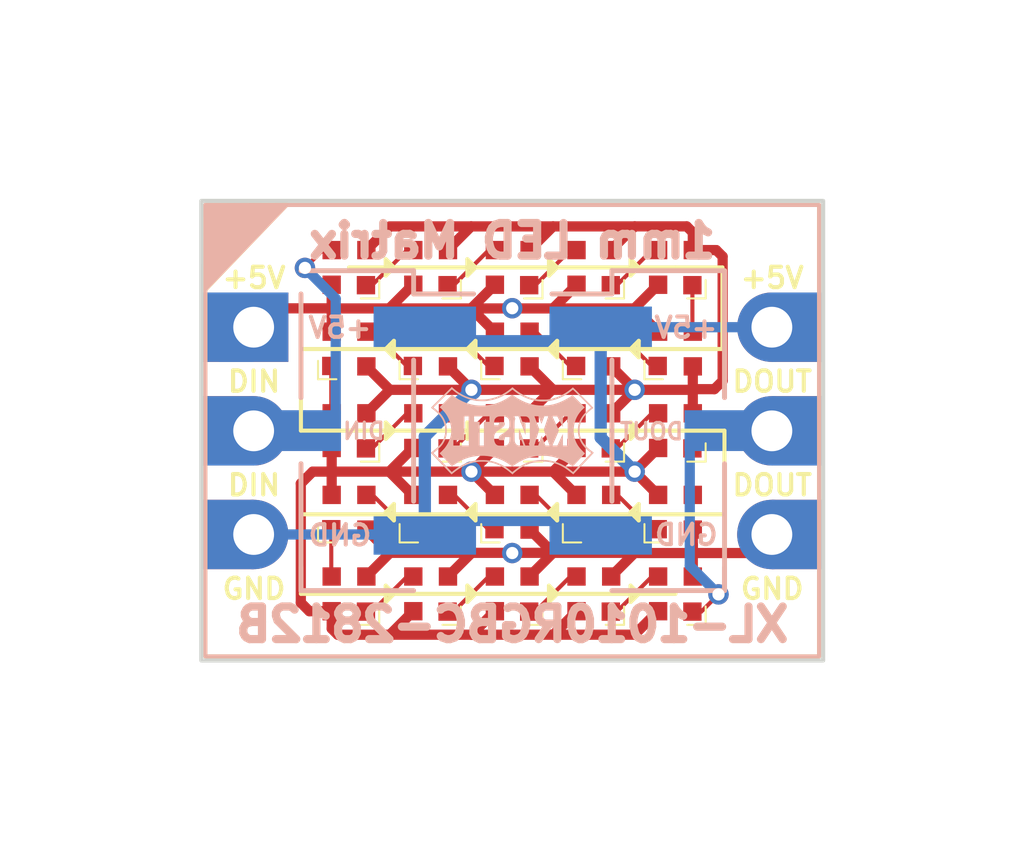
<source format=kicad_pcb>
(kicad_pcb (version 20241229) (generator "pcbnew") (generator_version "9.0")
  (layers (0 "F.Cu" signal) (2 "B.Cu" signal) (13 "F.Paste" user) (15 "B.Paste" user) (5 "F.SilkS" user "F.Silkscreen") (7 "B.SilkS" user "B.Silkscreen") (1 "F.Mask" user) (3 "B.Mask" user) (25 "Edge.Cuts" user))
  (net 0 "")
  (net 1 "GND")
  (net 2 "+5V")
  (net 3 "/DIN")
  (net 4 "Net-(D21-DIN)")
  (net 5 "Net-(D21-DOUT)")
  (net 6 "Net-(D41-DIN)")
  (net 7 "Net-(D41-DOUT)")
  (net 8 "/DOUT")
  (net 9 "Net-(D11-DOUT)")
  (net 10 "Net-(D12-DOUT)")
  (net 11 "Net-(D13-DOUT)")
  (net 12 "Net-(D14-DOUT)")
  (net 13 "Net-(D15-DOUT)")
  (net 14 "Net-(D22-DIN)")
  (net 15 "Net-(D23-DIN)")
  (net 16 "Net-(D24-DIN)")
  (net 17 "Net-(D31-DOUT)")
  (net 18 "Net-(D32-DOUT)")
  (net 19 "Net-(D33-DOUT)")
  (net 20 "Net-(D34-DOUT)")
  (net 21 "Net-(D35-DOUT)")
  (net 22 "Net-(D42-DIN)")
  (net 23 "Net-(D43-DIN)")
  (net 24 "Net-(D44-DIN)")
  (net 25 "Net-(D51-DOUT)")
  (net 26 "Net-(D52-DOUT)")
  (net 27 "Net-(D53-DOUT)")
  (net 28 "Net-(D54-DOUT)")
  (footprint "libraries:XL-1010RGBC-2812B" (layer "F.Cu") (at 117.919 83.9602 180)
    (property "Reference" "D15" (hide yes))
    (property "Value" "XL-1010RGBC-2812B")
    (pad "1" smd rect (at -0.415 -0.435 180) (size 0.45 0.45) (layers "F.Cu" "F.Mask" "F.Paste") (net 13 "Net-(D15-DOUT)"))
    (pad "2" smd rect (at 0.425 -0.425 180) (size 0.45 0.45) (layers "F.Cu" "F.Mask" "F.Paste") (net 2 "+5V"))
    (pad "3" smd rect (at -0.425 0.425 180) (size 0.45 0.45) (layers "F.Cu" "F.Mask" "F.Paste") (net 1 "GND"))
    (pad "4" smd rect (at 0.425 0.425 180) (size 0.45 0.45) (layers "F.Cu" "F.Mask" "F.Paste") (net 12 "Net-(D14-DOUT)"))
  )
  (footprint "Connector_PinHeader_2.54mm:PinHeader_1x03_P2.54mm_Vertical" (layer "F.Cu") (at 107.5817 85.4252)
    (property "Reference" "J103" (hide yes))
    (property "Value" "Conn_01x03")
    (pad "1" smd rect (at -0.63 0) (size 1.26 1.7) (layers "F.Cu" "F.Mask" "F.Paste") (net 2 "+5V"))
    (pad "1" smd rect (at -0.63 0) (size 1.26 1.7) (layers "B.Cu" "B.Mask" "B.Paste") (net 2 "+5V"))
    (pad "1" thru_hole rect (at 0 0) (size 1.7 1.7) (drill 1) (layers "*.Cu" "*.Mask") (net 2 "+5V"))
    (pad "2" smd rect (at -0.63 2.54) (size 1.26 1.7) (layers "F.Cu" "F.Mask" "F.Paste") (net 3 "/DIN"))
    (pad "2" smd rect (at -0.63 2.54) (size 1.26 1.7) (layers "B.Cu" "B.Mask" "B.Paste") (net 3 "/DIN"))
    (pad "2" thru_hole circle (at 0 2.54) (size 1.7 1.7) (drill 1) (layers "*.Cu" "*.Mask") (net 3 "/DIN"))
    (pad "3" smd rect (at -0.63 5.08) (size 1.26 1.7) (layers "F.Cu" "F.Mask" "F.Paste") (net 1 "GND"))
    (pad "3" smd rect (at -0.63 5.08) (size 1.26 1.7) (layers "B.Cu" "B.Mask" "B.Paste") (net 1 "GND"))
    (pad "3" thru_hole circle (at 0 5.08) (size 1.7 1.7) (drill 1) (layers "*.Cu" "*.Mask") (net 1 "GND"))
  )
  (footprint "libraries:XL-1010RGBC-2812B" (layer "F.Cu") (at 109.919 83.9602 180)
    (property "Reference" "D11" (hide yes))
    (property "Value" "XL-1010RGBC-2812B")
    (pad "1" smd rect (at -0.415 -0.435 180) (size 0.45 0.45) (layers "F.Cu" "F.Mask" "F.Paste") (net 9 "Net-(D11-DOUT)"))
    (pad "2" smd rect (at 0.425 -0.425 180) (size 0.45 0.45) (layers "F.Cu" "F.Mask" "F.Paste") (net 2 "+5V"))
    (pad "3" smd rect (at -0.425 0.425 180) (size 0.45 0.45) (layers "F.Cu" "F.Mask" "F.Paste") (net 1 "GND"))
    (pad "4" smd rect (at 0.425 0.425 180) (size 0.45 0.45) (layers "F.Cu" "F.Mask" "F.Paste") (net 3 "/DIN"))
  )
  (footprint "libraries:XL-1010RGBC-2812B" (layer "F.Cu") (at 109.919 91.9602 180)
    (property "Reference" "D51" (hide yes))
    (property "Value" "XL-1010RGBC-2812B")
    (pad "1" smd rect (at -0.415 -0.435 180) (size 0.45 0.45) (layers "F.Cu" "F.Mask" "F.Paste") (net 25 "Net-(D51-DOUT)"))
    (pad "2" smd rect (at 0.425 -0.425 180) (size 0.45 0.45) (layers "F.Cu" "F.Mask" "F.Paste") (net 2 "+5V"))
    (pad "3" smd rect (at -0.425 0.425 180) (size 0.45 0.45) (layers "F.Cu" "F.Mask" "F.Paste") (net 1 "GND"))
    (pad "4" smd rect (at 0.425 0.425 180) (size 0.45 0.45) (layers "F.Cu" "F.Mask" "F.Paste") (net 7 "Net-(D41-DOUT)"))
  )
  (footprint "libraries:XL-1010RGBC-2812B" (layer "F.Cu") (at 117.919001 85.9602 90)
    (property "Reference" "D25" (hide yes))
    (property "Value" "XL-1010RGBC-2812B")
    (pad "1" smd rect (at -0.415 -0.435 90) (size 0.45 0.45) (layers "F.Cu" "F.Mask" "F.Paste") (net 16 "Net-(D24-DIN)"))
    (pad "2" smd rect (at 0.425 -0.425 90) (size 0.45 0.45) (layers "F.Cu" "F.Mask" "F.Paste") (net 2 "+5V"))
    (pad "3" smd rect (at -0.425 0.425 90) (size 0.45 0.45) (layers "F.Cu" "F.Mask" "F.Paste") (net 1 "GND"))
    (pad "4" smd rect (at 0.425 0.425 90) (size 0.45 0.45) (layers "F.Cu" "F.Mask" "F.Paste") (net 13 "Net-(D15-DOUT)"))
  )
  (footprint "libraries:XL-1010RGBC-2812B" (layer "F.Cu") (at 113.919 87.9602 180)
    (property "Reference" "D33" (hide yes))
    (property "Value" "XL-1010RGBC-2812B")
    (pad "1" smd rect (at -0.415 -0.435 180) (size 0.45 0.45) (layers "F.Cu" "F.Mask" "F.Paste") (net 19 "Net-(D33-DOUT)"))
    (pad "2" smd rect (at 0.425 -0.425 180) (size 0.45 0.45) (layers "F.Cu" "F.Mask" "F.Paste") (net 2 "+5V"))
    (pad "3" smd rect (at -0.425 0.425 180) (size 0.45 0.45) (layers "F.Cu" "F.Mask" "F.Paste") (net 1 "GND"))
    (pad "4" smd rect (at 0.425 0.425 180) (size 0.45 0.45) (layers "F.Cu" "F.Mask" "F.Paste") (net 18 "Net-(D32-DOUT)"))
  )
  (footprint "libraries:XL-1010RGBC-2812B" (layer "F.Cu") (at 113.919 83.9602 180)
    (property "Reference" "D13" (hide yes))
    (property "Value" "XL-1010RGBC-2812B")
    (pad "1" smd rect (at -0.415 -0.435 180) (size 0.45 0.45) (layers "F.Cu" "F.Mask" "F.Paste") (net 11 "Net-(D13-DOUT)"))
    (pad "2" smd rect (at 0.425 -0.425 180) (size 0.45 0.45) (layers "F.Cu" "F.Mask" "F.Paste") (net 2 "+5V"))
    (pad "3" smd rect (at -0.425 0.425 180) (size 0.45 0.45) (layers "F.Cu" "F.Mask" "F.Paste") (net 1 "GND"))
    (pad "4" smd rect (at 0.425 0.425 180) (size 0.45 0.45) (layers "F.Cu" "F.Mask" "F.Paste") (net 10 "Net-(D12-DOUT)"))
  )
  (footprint "libraries:XL-1010RGBC-2812B" (layer "F.Cu") (at 115.919 85.9602 90)
    (property "Reference" "D24" (hide yes))
    (property "Value" "XL-1010RGBC-2812B")
    (pad "1" smd rect (at -0.415 -0.435 90) (size 0.45 0.45) (layers "F.Cu" "F.Mask" "F.Paste") (net 15 "Net-(D23-DIN)"))
    (pad "2" smd rect (at 0.425 -0.425 90) (size 0.45 0.45) (layers "F.Cu" "F.Mask" "F.Paste") (net 2 "+5V"))
    (pad "3" smd rect (at -0.425 0.425 90) (size 0.45 0.45) (layers "F.Cu" "F.Mask" "F.Paste") (net 1 "GND"))
    (pad "4" smd rect (at 0.425 0.425 90) (size 0.45 0.45) (layers "F.Cu" "F.Mask" "F.Paste") (net 16 "Net-(D24-DIN)"))
  )
  (footprint "libraries:XL-1010RGBC-2812B" (layer "F.Cu") (at 115.919 89.9602 90)
    (property "Reference" "D44" (hide yes))
    (property "Value" "XL-1010RGBC-2812B")
    (pad "1" smd rect (at -0.415 -0.435 90) (size 0.45 0.45) (layers "F.Cu" "F.Mask" "F.Paste") (net 23 "Net-(D43-DIN)"))
    (pad "2" smd rect (at 0.425 -0.425 90) (size 0.45 0.45) (layers "F.Cu" "F.Mask" "F.Paste") (net 2 "+5V"))
    (pad "3" smd rect (at -0.425 0.425 90) (size 0.45 0.45) (layers "F.Cu" "F.Mask" "F.Paste") (net 1 "GND"))
    (pad "4" smd rect (at 0.425 0.425 90) (size 0.45 0.45) (layers "F.Cu" "F.Mask" "F.Paste") (net 24 "Net-(D44-DIN)"))
  )
  (footprint "libraries:XL-1010RGBC-2812B" (layer "F.Cu") (at 111.918999 87.9602 180)
    (property "Reference" "D32" (hide yes))
    (property "Value" "XL-1010RGBC-2812B")
    (pad "1" smd rect (at -0.415 -0.435 180) (size 0.45 0.45) (layers "F.Cu" "F.Mask" "F.Paste") (net 18 "Net-(D32-DOUT)"))
    (pad "2" smd rect (at 0.425 -0.425 180) (size 0.45 0.45) (layers "F.Cu" "F.Mask" "F.Paste") (net 2 "+5V"))
    (pad "3" smd rect (at -0.425 0.425 180) (size 0.45 0.45) (layers "F.Cu" "F.Mask" "F.Paste") (net 1 "GND"))
    (pad "4" smd rect (at 0.425 0.425 180) (size 0.45 0.45) (layers "F.Cu" "F.Mask" "F.Paste") (net 17 "Net-(D31-DOUT)"))
  )
  (footprint "libraries:XL-1010RGBC-2812B" (layer "F.Cu") (at 117.919 87.9602 180)
    (property "Reference" "D35" (hide yes))
    (property "Value" "XL-1010RGBC-2812B")
    (pad "1" smd rect (at -0.415 -0.435 180) (size 0.45 0.45) (layers "F.Cu" "F.Mask" "F.Paste") (net 21 "Net-(D35-DOUT)"))
    (pad "2" smd rect (at 0.425 -0.425 180) (size 0.45 0.45) (layers "F.Cu" "F.Mask" "F.Paste") (net 2 "+5V"))
    (pad "3" smd rect (at -0.425 0.425 180) (size 0.45 0.45) (layers "F.Cu" "F.Mask" "F.Paste") (net 1 "GND"))
    (pad "4" smd rect (at 0.425 0.425 180) (size 0.45 0.45) (layers "F.Cu" "F.Mask" "F.Paste") (net 20 "Net-(D34-DOUT)"))
  )
  (footprint "libraries:XL-1010RGBC-2812B" (layer "F.Cu") (at 111.919 83.960199 180)
    (property "Reference" "D12" (hide yes))
    (property "Value" "XL-1010RGBC-2812B")
    (pad "1" smd rect (at -0.415 -0.435 180) (size 0.45 0.45) (layers "F.Cu" "F.Mask" "F.Paste") (net 10 "Net-(D12-DOUT)"))
    (pad "2" smd rect (at 0.425 -0.425 180) (size 0.45 0.45) (layers "F.Cu" "F.Mask" "F.Paste") (net 2 "+5V"))
    (pad "3" smd rect (at -0.425 0.425 180) (size 0.45 0.45) (layers "F.Cu" "F.Mask" "F.Paste") (net 1 "GND"))
    (pad "4" smd rect (at 0.425 0.425 180) (size 0.45 0.45) (layers "F.Cu" "F.Mask" "F.Paste") (net 9 "Net-(D11-DOUT)"))
  )
  (footprint "Connector_PinHeader_2.54mm:PinHeader_1x03_P2.54mm_Vertical" (layer "F.Cu") (at 120.2817 85.4252)
    (property "Reference" "J104" (hide yes))
    (property "Value" "Conn_01x03")
    (pad "1" thru_hole circle (at 0 0) (size 1.7 1.7) (drill 1) (layers "*.Cu" "*.Mask") (net 2 "+5V"))
    (pad "1" smd rect (at 0.63 0) (size 1.26 1.7) (layers "F.Cu" "F.Mask" "F.Paste") (net 2 "+5V"))
    (pad "1" smd rect (at 0.63 0) (size 1.26 1.7) (layers "B.Cu" "B.Mask" "B.Paste") (net 2 "+5V"))
    (pad "2" thru_hole circle (at 0 2.54) (size 1.7 1.7) (drill 1) (layers "*.Cu" "*.Mask") (net 8 "/DOUT"))
    (pad "2" smd rect (at 0.63 2.54) (size 1.26 1.7) (layers "F.Cu" "F.Mask" "F.Paste") (net 8 "/DOUT"))
    (pad "2" smd rect (at 0.63 2.54) (size 1.26 1.7) (layers "B.Cu" "B.Mask" "B.Paste") (net 8 "/DOUT"))
    (pad "3" thru_hole circle (at 0 5.08) (size 1.7 1.7) (drill 1) (layers "*.Cu" "*.Mask") (net 1 "GND"))
    (pad "3" smd rect (at 0.63 5.08) (size 1.26 1.7) (layers "F.Cu" "F.Mask" "F.Paste") (net 1 "GND"))
    (pad "3" smd rect (at 0.63 5.08) (size 1.26 1.7) (layers "B.Cu" "B.Mask" "B.Paste") (net 1 "GND"))
  )
  (footprint "libraries:XL-1010RGBC-2812B" (layer "F.Cu") (at 117.919001 89.9602 90)
    (property "Reference" "D45" (hide yes))
    (property "Value" "XL-1010RGBC-2812B")
    (pad "1" smd rect (at -0.415 -0.435 90) (size 0.45 0.45) (layers "F.Cu" "F.Mask" "F.Paste") (net 24 "Net-(D44-DIN)"))
    (pad "2" smd rect (at 0.425 -0.425 90) (size 0.45 0.45) (layers "F.Cu" "F.Mask" "F.Paste") (net 2 "+5V"))
    (pad "3" smd rect (at -0.425 0.425 90) (size 0.45 0.45) (layers "F.Cu" "F.Mask" "F.Paste") (net 1 "GND"))
    (pad "4" smd rect (at 0.425 0.425 90) (size 0.45 0.45) (layers "F.Cu" "F.Mask" "F.Paste") (net 21 "Net-(D35-DOUT)"))
  )
  (footprint "libraries:XL-1010RGBC-2812B" (layer "F.Cu") (at 115.919001 87.9602 180)
    (property "Reference" "D34" (hide yes))
    (property "Value" "XL-1010RGBC-2812B")
    (pad "1" smd rect (at -0.415 -0.435 180) (size 0.45 0.45) (layers "F.Cu" "F.Mask" "F.Paste") (net 20 "Net-(D34-DOUT)"))
    (pad "2" smd rect (at 0.425 -0.425 180) (size 0.45 0.45) (layers "F.Cu" "F.Mask" "F.Paste") (net 2 "+5V"))
    (pad "3" smd rect (at -0.425 0.425 180) (size 0.45 0.45) (layers "F.Cu" "F.Mask" "F.Paste") (net 1 "GND"))
    (pad "4" smd rect (at 0.425 0.425 180) (size 0.45 0.45) (layers "F.Cu" "F.Mask" "F.Paste") (net 19 "Net-(D33-DOUT)"))
  )
  (footprint "libraries:XL-1010RGBC-2812B" (layer "F.Cu") (at 113.919 85.960199 90)
    (property "Reference" "D23" (hide yes))
    (property "Value" "XL-1010RGBC-2812B")
    (pad "1" smd rect (at -0.415 -0.435 90) (size 0.45 0.45) (layers "F.Cu" "F.Mask" "F.Paste") (net 14 "Net-(D22-DIN)"))
    (pad "2" smd rect (at 0.425 -0.425 90) (size 0.45 0.45) (layers "F.Cu" "F.Mask" "F.Paste") (net 2 "+5V"))
    (pad "3" smd rect (at -0.425 0.425 90) (size 0.45 0.45) (layers "F.Cu" "F.Mask" "F.Paste") (net 1 "GND"))
    (pad "4" smd rect (at 0.425 0.425 90) (size 0.45 0.45) (layers "F.Cu" "F.Mask" "F.Paste") (net 15 "Net-(D23-DIN)"))
  )
  (footprint "libraries:XL-1010RGBC-2812B" (layer "F.Cu") (at 115.919 83.960199 180)
    (property "Reference" "D14" (hide yes))
    (property "Value" "XL-1010RGBC-2812B")
    (pad "1" smd rect (at -0.415 -0.435 180) (size 0.45 0.45) (layers "F.Cu" "F.Mask" "F.Paste") (net 12 "Net-(D14-DOUT)"))
    (pad "2" smd rect (at 0.425 -0.425 180) (size 0.45 0.45) (layers "F.Cu" "F.Mask" "F.Paste") (net 2 "+5V"))
    (pad "3" smd rect (at -0.425 0.425 180) (size 0.45 0.45) (layers "F.Cu" "F.Mask" "F.Paste") (net 1 "GND"))
    (pad "4" smd rect (at 0.425 0.425 180) (size 0.45 0.45) (layers "F.Cu" "F.Mask" "F.Paste") (net 11 "Net-(D13-DOUT)"))
  )
  (footprint "libraries:XL-1010RGBC-2812B" (layer "F.Cu") (at 109.918999 89.9602 90)
    (property "Reference" "D41" (hide yes))
    (property "Value" "XL-1010RGBC-2812B")
    (pad "1" smd rect (at -0.415 -0.435 90) (size 0.45 0.45) (layers "F.Cu" "F.Mask" "F.Paste") (net 7 "Net-(D41-DOUT)"))
    (pad "2" smd rect (at 0.425 -0.425 90) (size 0.45 0.45) (layers "F.Cu" "F.Mask" "F.Paste") (net 2 "+5V"))
    (pad "3" smd rect (at -0.425 0.425 90) (size 0.45 0.45) (layers "F.Cu" "F.Mask" "F.Paste") (net 1 "GND"))
    (pad "4" smd rect (at 0.425 0.425 90) (size 0.45 0.45) (layers "F.Cu" "F.Mask" "F.Paste") (net 6 "Net-(D41-DIN)"))
  )
  (footprint "libraries:XL-1010RGBC-2812B" (layer "F.Cu") (at 111.919 85.9602 90)
    (property "Reference" "D22" (hide yes))
    (property "Value" "XL-1010RGBC-2812B")
    (pad "1" smd rect (at -0.415 -0.435 90) (size 0.45 0.45) (layers "F.Cu" "F.Mask" "F.Paste") (net 4 "Net-(D21-DIN)"))
    (pad "2" smd rect (at 0.425 -0.425 90) (size 0.45 0.45) (layers "F.Cu" "F.Mask" "F.Paste") (net 2 "+5V"))
    (pad "3" smd rect (at -0.425 0.425 90) (size 0.45 0.45) (layers "F.Cu" "F.Mask" "F.Paste") (net 1 "GND"))
    (pad "4" smd rect (at 0.425 0.425 90) (size 0.45 0.45) (layers "F.Cu" "F.Mask" "F.Paste") (net 14 "Net-(D22-DIN)"))
  )
  (footprint "libraries:XL-1010RGBC-2812B" (layer "F.Cu") (at 113.919 89.960201 90)
    (property "Reference" "D43" (hide yes))
    (property "Value" "XL-1010RGBC-2812B")
    (pad "1" smd rect (at -0.415 -0.435 90) (size 0.45 0.45) (layers "F.Cu" "F.Mask" "F.Paste") (net 22 "Net-(D42-DIN)"))
    (pad "2" smd rect (at 0.425 -0.425 90) (size 0.45 0.45) (layers "F.Cu" "F.Mask" "F.Paste") (net 2 "+5V"))
    (pad "3" smd rect (at -0.425 0.425 90) (size 0.45 0.45) (layers "F.Cu" "F.Mask" "F.Paste") (net 1 "GND"))
    (pad "4" smd rect (at 0.425 0.425 90) (size 0.45 0.45) (layers "F.Cu" "F.Mask" "F.Paste") (net 23 "Net-(D43-DIN)"))
  )
  (footprint "libraries:XL-1010RGBC-2812B" (layer "F.Cu") (at 117.919 91.9602 180)
    (property "Reference" "D55" (hide yes))
    (property "Value" "XL-1010RGBC-2812B")
    (pad "1" smd rect (at -0.415 -0.435 180) (size 0.45 0.45) (layers "F.Cu" "F.Mask" "F.Paste") (net 8 "/DOUT"))
    (pad "2" smd rect (at 0.425 -0.425 180) (size 0.45 0.45) (layers "F.Cu" "F.Mask" "F.Paste") (net 2 "+5V"))
    (pad "3" smd rect (at -0.425 0.425 180) (size 0.45 0.45) (layers "F.Cu" "F.Mask" "F.Paste") (net 1 "GND"))
    (pad "4" smd rect (at 0.425 0.425 180) (size 0.45 0.45) (layers "F.Cu" "F.Mask" "F.Paste") (net 28 "Net-(D54-DOUT)"))
  )
  (footprint "libraries:XL-1010RGBC-2812B" (layer "F.Cu") (at 115.919 91.960201 180)
    (property "Reference" "D54" (hide yes))
    (property "Value" "XL-1010RGBC-2812B")
    (pad "1" smd rect (at -0.415 -0.435 180) (size 0.45 0.45) (layers "F.Cu" "F.Mask" "F.Paste") (net 28 "Net-(D54-DOUT)"))
    (pad "2" smd rect (at 0.425 -0.425 180) (size 0.45 0.45) (layers "F.Cu" "F.Mask" "F.Paste") (net 2 "+5V"))
    (pad "3" smd rect (at -0.425 0.425 180) (size 0.45 0.45) (layers "F.Cu" "F.Mask" "F.Paste") (net 1 "GND"))
    (pad "4" smd rect (at 0.425 0.425 180) (size 0.45 0.45) (layers "F.Cu" "F.Mask" "F.Paste") (net 27 "Net-(D53-DOUT)"))
  )
  (footprint "libraries:XL-1010RGBC-2812B" (layer "F.Cu") (at 113.919 91.9602 180)
    (property "Reference" "D53" (hide yes))
    (property "Value" "XL-1010RGBC-2812B")
    (pad "1" smd rect (at -0.415 -0.435 180) (size 0.45 0.45) (layers "F.Cu" "F.Mask" "F.Paste") (net 27 "Net-(D53-DOUT)"))
    (pad "2" smd rect (at 0.425 -0.425 180) (size 0.45 0.45) (layers "F.Cu" "F.Mask" "F.Paste") (net 2 "+5V"))
    (pad "3" smd rect (at -0.425 0.425 180) (size 0.45 0.45) (layers "F.Cu" "F.Mask" "F.Paste") (net 1 "GND"))
    (pad "4" smd rect (at 0.425 0.425 180) (size 0.45 0.45) (layers "F.Cu" "F.Mask" "F.Paste") (net 26 "Net-(D52-DOUT)"))
  )
  (footprint "libraries:XL-1010RGBC-2812B" (layer "F.Cu") (at 109.919 87.9602 180)
    (property "Reference" "D31" (hide yes))
    (property "Value" "XL-1010RGBC-2812B")
    (pad "1" smd rect (at -0.415 -0.435 180) (size 0.45 0.45) (layers "F.Cu" "F.Mask" "F.Paste") (net 17 "Net-(D31-DOUT)"))
    (pad "2" smd rect (at 0.425 -0.425 180) (size 0.45 0.45) (layers "F.Cu" "F.Mask" "F.Paste") (net 2 "+5V"))
    (pad "3" smd rect (at -0.425 0.425 180) (size 0.45 0.45) (layers "F.Cu" "F.Mask" "F.Paste") (net 1 "GND"))
    (pad "4" smd rect (at 0.425 0.425 180) (size 0.45 0.45) (layers "F.Cu" "F.Mask" "F.Paste") (net 5 "Net-(D21-DOUT)"))
  )
  (footprint "libraries:XL-1010RGBC-2812B" (layer "F.Cu") (at 111.919 89.9602 90)
    (property "Reference" "D42" (hide yes))
    (property "Value" "XL-1010RGBC-2812B")
    (pad "1" smd rect (at -0.415 -0.435 90) (size 0.45 0.45) (layers "F.Cu" "F.Mask" "F.Paste") (net 6 "Net-(D41-DIN)"))
    (pad "2" smd rect (at 0.425 -0.425 90) (size 0.45 0.45) (layers "F.Cu" "F.Mask" "F.Paste") (net 2 "+5V"))
    (pad "3" smd rect (at -0.425 0.425 90) (size 0.45 0.45) (layers "F.Cu" "F.Mask" "F.Paste") (net 1 "GND"))
    (pad "4" smd rect (at 0.425 0.425 90) (size 0.45 0.45) (layers "F.Cu" "F.Mask" "F.Paste") (net 22 "Net-(D42-DIN)"))
  )
  (footprint "libraries:XL-1010RGBC-2812B" (layer "F.Cu") (at 109.918999 85.9602 90)
    (property "Reference" "D21" (hide yes))
    (property "Value" "XL-1010RGBC-2812B")
    (pad "1" smd rect (at -0.415 -0.435 90) (size 0.45 0.45) (layers "F.Cu" "F.Mask" "F.Paste") (net 5 "Net-(D21-DOUT)"))
    (pad "2" smd rect (at 0.425 -0.425 90) (size 0.45 0.45) (layers "F.Cu" "F.Mask" "F.Paste") (net 2 "+5V"))
    (pad "3" smd rect (at -0.425 0.425 90) (size 0.45 0.45) (layers "F.Cu" "F.Mask" "F.Paste") (net 1 "GND"))
    (pad "4" smd rect (at 0.425 0.425 90) (size 0.45 0.45) (layers "F.Cu" "F.Mask" "F.Paste") (net 4 "Net-(D21-DIN)"))
  )
  (footprint "libraries:XL-1010RGBC-2812B" (layer "F.Cu") (at 111.919 91.960201 180)
    (property "Reference" "D52" (hide yes))
    (property "Value" "XL-1010RGBC-2812B")
    (pad "1" smd rect (at -0.415 -0.435 180) (size 0.45 0.45) (layers "F.Cu" "F.Mask" "F.Paste") (net 26 "Net-(D52-DOUT)"))
    (pad "2" smd rect (at 0.425 -0.425 180) (size 0.45 0.45) (layers "F.Cu" "F.Mask" "F.Paste") (net 2 "+5V"))
    (pad "3" smd rect (at -0.425 0.425 180) (size 0.45 0.45) (layers "F.Cu" "F.Mask" "F.Paste") (net 1 "GND"))
    (pad "4" smd rect (at 0.425 0.425 180) (size 0.45 0.45) (layers "F.Cu" "F.Mask" "F.Paste") (net 25 "Net-(D51-DOUT)"))
  )
  (footprint "libraries:Logo_4mm" (layer "B.Cu") (at 113.922282 87.961367 180)
    (property "Reference" "G***" (hide yes))
    (property "Value" "LOGO" (hide yes))
  )
  (footprint "Connector_PinHeader_2.54mm:PinHeader_1x03_P2.54mm_Vertical_SMD_Pin1Right" (layer "B.Cu") (at 117.7417 87.9602 180)
    (property "Reference" "J102" (hide yes))
    (property "Value" "Conn_01x03")
    (pad "1" smd rect (at 1.655 2.54 180) (size 2.51 1) (layers "B.Cu" "B.Mask" "B.Paste") (net 2 "+5V"))
    (pad "2" smd rect (at -1.655 0 180) (size 2.51 1) (layers "B.Cu" "B.Mask" "B.Paste") (net 8 "/DOUT"))
    (pad "3" smd rect (at 1.655 -2.54 180) (size 2.51 1) (layers "B.Cu" "B.Mask" "B.Paste") (net 1 "GND"))
  )
  (footprint "Connector_PinHeader_2.54mm:PinHeader_1x03_P2.54mm_Vertical_SMD_Pin1Left" (layer "B.Cu") (at 110.1217 87.9602 180)
    (property "Reference" "J101" (hide yes))
    (property "Value" "Conn_01x03")
    (pad "1" smd rect (at -1.655 2.54 180) (size 2.51 1) (layers "B.Cu" "B.Mask" "B.Paste") (net 2 "+5V"))
    (pad "2" smd rect (at 1.655 0 180) (size 2.51 1) (layers "B.Cu" "B.Mask" "B.Paste") (net 3 "/DIN"))
    (pad "3" smd rect (at -1.655 -2.54 180) (size 2.51 1) (layers "B.Cu" "B.Mask" "B.Paste") (net 1 "GND"))
  )
  (gr_line (start 117.019 83.96) (end 116.819 83.76) (stroke (width 0.1)) (layer "F.SilkS"))
  (gr_line (start 114.919 87.86) (end 114.919 88.06) (stroke (width 0.1)) (layer "F.SilkS"))
  (gr_line (start 114.919 90.06) (end 114.919 89.86) (stroke (width 0.1)) (layer "F.SilkS"))
  (gr_line (start 112.819 89.96) (end 113.019 90.16) (stroke (width 0.1)) (layer "F.SilkS"))
  (gr_line (start 116.819 85.96) (end 117.019 86.16) (stroke (width 0.1)) (layer "F.SilkS"))
  (gr_line (start 111.019 87.96) (end 110.819 87.76) (stroke (width 0.1)) (layer "F.SilkS"))
  (gr_line (start 113.019 86.16) (end 113.019 85.76) (stroke (width 0.1)) (layer "F.SilkS"))
  (gr_line (start 114.919 83.86) (end 114.919 84.06) (stroke (width 0.1)) (layer "F.SilkS"))
  (gr_line (start 117.019 90.16) (end 117.019 89.76) (stroke (width 0.1)) (layer "F.SilkS"))
  (gr_line (start 112.919 90.06) (end 112.919 89.86) (stroke (width 0.1)) (layer "F.SilkS"))
  (gr_line (start 113.019 87.96) (end 112.819 87.76) (stroke (width 0.1)) (layer "F.SilkS"))
  (gr_line (start 115.019 85.76) (end 114.819 85.96) (stroke (width 0.1)) (layer "F.SilkS"))
  (gr_line (start 113.019 85.76) (end 112.819 85.96) (stroke (width 0.1)) (layer "F.SilkS"))
  (gr_line (start 114.919 91.86) (end 114.919 92.06) (stroke (width 0.1)) (layer "F.SilkS"))
  (gr_line (start 108.74 90.01) (end 108.74 91.96) (stroke (width 0.1)) (layer "F.SilkS"))
  (gr_line (start 113.019 91.96) (end 112.819 91.76) (stroke (width 0.1)) (layer "F.SilkS"))
  (gr_line (start 111.019 91.96) (end 110.819 91.76) (stroke (width 0.1)) (layer "F.SilkS"))
  (gr_line (start 116.819 92.16) (end 117.019 91.96) (stroke (width 0.1)) (layer "F.SilkS"))
  (gr_line (start 117.019 89.76) (end 116.819 89.96) (stroke (width 0.1)) (layer "F.SilkS"))
  (gr_line (start 115.019 90.16) (end 115.019 89.76) (stroke (width 0.1)) (layer "F.SilkS"))
  (gr_line (start 112.919 86.06) (end 112.919 85.86) (stroke (width 0.1)) (layer "F.SilkS"))
  (gr_line (start 113.019 89.76) (end 112.819 89.96) (stroke (width 0.1)) (layer "F.SilkS"))
  (gr_line (start 116.919 91.86) (end 116.919 92.06) (stroke (width 0.1)) (layer "F.SilkS"))
  (gr_line (start 117.019 87.96) (end 116.819 87.76) (stroke (width 0.1)) (layer "F.SilkS"))
  (gr_line (start 116.819 91.76) (end 116.819 92.16) (stroke (width 0.1)) (layer "F.SilkS"))
  (gr_line (start 114.819 87.76) (end 114.819 88.16) (stroke (width 0.1)) (layer "F.SilkS"))
  (gr_line (start 112.819 84.16) (end 113.019 83.96) (stroke (width 0.1)) (layer "F.SilkS"))
  (gr_line (start 114.819 83.76) (end 114.819 84.16) (stroke (width 0.1)) (layer "F.SilkS"))
  (gr_line (start 117.019 86.16) (end 117.019 85.76) (stroke (width 0.1)) (layer "F.SilkS"))
  (gr_line (start 112.819 92.16) (end 113.019 91.96) (stroke (width 0.1)) (layer "F.SilkS"))
  (gr_line (start 110.919 87.86) (end 110.919 88.06) (stroke (width 0.1)) (layer "F.SilkS"))
  (gr_line (start 112.819 91.76) (end 112.819 92.16) (stroke (width 0.1)) (layer "F.SilkS"))
  (gr_line (start 111.019 89.76) (end 110.819 89.96) (stroke (width 0.1)) (layer "F.SilkS"))
  (gr_line (start 108.74 85.96) (end 108.74 87.96) (stroke (width 0.1)) (layer "F.SilkS"))
  (gr_line (start 114.819 89.96) (end 115.019 90.16) (stroke (width 0.1)) (layer "F.SilkS"))
  (gr_line (start 111.019 86.16) (end 111.019 85.76) (stroke (width 0.1)) (layer "F.SilkS"))
  (gr_line (start 111.019 90.16) (end 111.019 89.76) (stroke (width 0.1)) (layer "F.SilkS"))
  (gr_line (start 116.819 88.16) (end 117.019 87.96) (stroke (width 0.1)) (layer "F.SilkS"))
  (gr_line (start 108.74 91.96) (end 117.92 91.96) (stroke (width 0.1)) (layer "F.SilkS"))
  (gr_line (start 112.919 91.86) (end 112.919 92.06) (stroke (width 0.1)) (layer "F.SilkS"))
  (gr_line (start 117.019 85.76) (end 116.819 85.96) (stroke (width 0.1)) (layer "F.SilkS"))
  (gr_line (start 115.019 91.96) (end 114.819 91.76) (stroke (width 0.1)) (layer "F.SilkS"))
  (gr_line (start 116.819 89.96) (end 117.019 90.16) (stroke (width 0.1)) (layer "F.SilkS"))
  (gr_line (start 119.07 83.96) (end 119.07 85.96) (stroke (width 0.1)) (layer "F.SilkS"))
  (gr_rect (start 106.398244 82.429696) (end 121.439099 93.493438) (stroke (width 0.1)) (fill no) (layer "F.SilkS"))
  (gr_line (start 110.919 90.06) (end 110.919 89.86) (stroke (width 0.1)) (layer "F.SilkS"))
  (gr_line (start 110.819 87.76) (end 110.819 88.16) (stroke (width 0.1)) (layer "F.SilkS"))
  (gr_line (start 115.019 89.76) (end 114.819 89.96) (stroke (width 0.1)) (layer "F.SilkS"))
  (gr_line (start 116.919 86.06) (end 116.919 85.86) (stroke (width 0.1)) (layer "F.SilkS"))
  (gr_line (start 110.919 91.86) (end 110.919 92.06) (stroke (width 0.1)) (layer "F.SilkS"))
  (gr_line (start 110.819 92.16) (end 111.019 91.96) (stroke (width 0.1)) (layer "F.SilkS"))
  (gr_line (start 119.07 85.96) (end 108.74 85.96) (stroke (width 0.1)) (layer "F.SilkS"))
  (gr_line (start 114.819 88.16) (end 115.019 87.96) (stroke (width 0.1)) (layer "F.SilkS"))
  (gr_line (start 112.819 87.76) (end 112.819 88.16) (stroke (width 0.1)) (layer "F.SilkS"))
  (gr_line (start 110.819 85.96) (end 111.019 86.16) (stroke (width 0.1)) (layer "F.SilkS"))
  (gr_line (start 110.819 91.76) (end 110.819 92.16) (stroke (width 0.1)) (layer "F.SilkS"))
  (gr_poly (pts (xy 106.398244 82.429696) (xy 108.4 82.42) (xy 106.398244 84.51)) (stroke (width 0.1)) (fill yes) (layer "F.SilkS"))
  (gr_line (start 108.74 87.96) (end 119.12 87.961567) (stroke (width 0.1)) (layer "F.SilkS"))
  (gr_line (start 116.919 87.86) (end 116.919 88.06) (stroke (width 0.1)) (layer "F.SilkS"))
  (gr_line (start 112.919 83.86) (end 112.919 84.06) (stroke (width 0.1)) (layer "F.SilkS"))
  (gr_line (start 116.919 90.06) (end 116.919 89.86) (stroke (width 0.1)) (layer "F.SilkS"))
  (gr_line (start 117.019 91.96) (end 116.819 91.76) (stroke (width 0.1)) (layer "F.SilkS"))
  (gr_line (start 116.819 87.76) (end 116.819 88.16) (stroke (width 0.1)) (layer "F.SilkS"))
  (gr_line (start 119.12 90.01) (end 108.74 90.01) (stroke (width 0.1)) (layer "F.SilkS"))
  (gr_line (start 109.92 83.96) (end 117.92 83.96) (stroke (width 0.1)) (layer "F.SilkS"))
  (gr_line (start 111.019 83.96) (end 110.819 83.76) (stroke (width 0.1)) (layer "F.SilkS"))
  (gr_line (start 110.819 83.76) (end 110.819 84.16) (stroke (width 0.1)) (layer "F.SilkS"))
  (gr_line (start 110.819 84.16) (end 111.019 83.96) (stroke (width 0.1)) (layer "F.SilkS"))
  (gr_line (start 116.819 84.16) (end 117.019 83.96) (stroke (width 0.1)) (layer "F.SilkS"))
  (gr_line (start 112.919 87.86) (end 112.919 88.06) (stroke (width 0.1)) (layer "F.SilkS"))
  (gr_line (start 115.019 87.96) (end 114.819 87.76) (stroke (width 0.1)) (layer "F.SilkS"))
  (gr_line (start 112.819 83.76) (end 112.819 84.16) (stroke (width 0.1)) (layer "F.SilkS"))
  (gr_line (start 114.919 86.06) (end 114.919 85.86) (stroke (width 0.1)) (layer "F.SilkS"))
  (gr_line (start 110.819 89.96) (end 111.019 90.16) (stroke (width 0.1)) (layer "F.SilkS"))
  (gr_line (start 114.819 84.16) (end 115.019 83.96) (stroke (width 0.1)) (layer "F.SilkS"))
  (gr_line (start 112.819 85.96) (end 113.019 86.16) (stroke (width 0.1)) (layer "F.SilkS"))
  (gr_line (start 117.92 83.96) (end 119.07 83.96) (stroke (width 0.1)) (layer "F.SilkS"))
  (gr_line (start 111.019 85.76) (end 110.819 85.96) (stroke (width 0.1)) (layer "F.SilkS"))
  (gr_line (start 114.819 91.76) (end 114.819 92.16) (stroke (width 0.1)) (layer "F.SilkS"))
  (gr_line (start 113.019 90.16) (end 113.019 89.76) (stroke (width 0.1)) (layer "F.SilkS"))
  (gr_line (start 116.919 83.86) (end 116.919 84.06) (stroke (width 0.1)) (layer "F.SilkS"))
  (gr_line (start 114.819 92.16) (end 115.019 91.96) (stroke (width 0.1)) (layer "F.SilkS"))
  (gr_line (start 115.019 86.16) (end 115.019 85.76) (stroke (width 0.1)) (layer "F.SilkS"))
  (gr_line (start 110.919 86.06) (end 110.919 85.86) (stroke (width 0.1)) (layer "F.SilkS"))
  (gr_line (start 113.019 83.96) (end 112.819 83.76) (stroke (width 0.1)) (layer "F.SilkS"))
  (gr_line (start 119.12 87.961567) (end 119.12 90.01) (stroke (width 0.1)) (layer "F.SilkS"))
  (gr_line (start 110.919 83.86) (end 110.919 84.06) (stroke (width 0.1)) (layer "F.SilkS"))
  (gr_line (start 116.819 83.76) (end 116.819 84.16) (stroke (width 0.1)) (layer "F.SilkS"))
  (gr_line (start 114.819 85.96) (end 115.019 86.16) (stroke (width 0.1)) (layer "F.SilkS"))
  (gr_line (start 110.819 88.16) (end 111.019 87.96) (stroke (width 0.1)) (layer "F.SilkS"))
  (gr_line (start 115.019 83.96) (end 114.819 83.76) (stroke (width 0.1)) (layer "F.SilkS"))
  (gr_line (start 112.819 88.16) (end 113.019 87.96) (stroke (width 0.1)) (layer "F.SilkS"))
  (gr_poly (pts (xy 106.398688 82.429502) (xy 108.39 82.429502) (xy 106.4 84.5)) (stroke (width 0.1)) (fill yes) (layer "B.SilkS"))
  (gr_rect (start 106.398687 82.429502) (end 121.439542 93.493244) (stroke (width 0.1)) (fill no) (layer "B.SilkS"))
  (gr_rect (start 106.299 82.3294) (end 121.539 93.593138) (stroke (width 0.1)) (fill no) (layer "Edge.Cuts"))
  (gr_text "+5V" (at 120.29 84.51 0) (layer "F.SilkS") (effects (font (size 0.5 0.5) (thickness 0.1) (bold yes)) (justify bottom)))
  (gr_text "+5V" (at 107.59 84.51 0) (layer "F.SilkS") (effects (font (size 0.5 0.5) (thickness 0.1) (bold yes)) (justify bottom)))
  (gr_text "GND" (at 107.59 92.13 0) (layer "F.SilkS") (effects (font (size 0.5 0.5) (thickness 0.1) (bold yes)) (justify bottom)))
  (gr_text "GND" (at 120.29 92.13 0) (layer "F.SilkS") (effects (font (size 0.5 0.5) (thickness 0.1) (bold yes)) (justify bottom)))
  (gr_text "DOUT" (at 120.29 87.05 0) (layer "F.SilkS") (effects (font (size 0.5 0.5) (thickness 0.1) (bold yes)) (justify bottom)))
  (gr_text "DIN" (at 107.59 87.05 0) (layer "F.SilkS") (effects (font (size 0.5 0.5) (thickness 0.1) (bold yes)) (justify bottom)))
  (gr_text "DOUT" (at 120.29 89.59 0) (layer "F.SilkS") (effects (font (size 0.5 0.5) (thickness 0.1) (bold yes)) (justify bottom)))
  (gr_text "DIN" (at 107.59 89.59 0) (layer "F.SilkS") (effects (font (size 0.5 0.5) (thickness 0.1) (bold yes)) (justify bottom)))
  (gr_text "XL-1010RGBC-2812B" (at 113.919 92.71 0) (layer "B.SilkS") (effects (font (size 0.8 0.8) (thickness 0.2) (bold yes)) (justify mirror)))
  (gr_text "+5V" (at 117.349073 85.436909 0) (layer "B.SilkS") (effects (font (size 0.5 0.5) (thickness 0.1) (bold yes)) (justify right mirror)))
  (gr_text "GND" (at 117.357552 90.515506 0) (layer "B.SilkS") (effects (font (size 0.5 0.5) (thickness 0.1) (bold yes)) (justify right mirror)))
  (gr_text "DOUT" (at 118.154527 87.980447 0) (layer "B.SilkS") (effects (font (size 0.4 0.4) (thickness 0.08) (bold yes)) (justify left mirror)))
  (gr_text "+5V" (at 110.523913 85.436909 0) (layer "B.SilkS") (effects (font (size 0.5 0.5) (thickness 0.1) (bold yes)) (justify left mirror)))
  (gr_text "DIN" (at 109.726938 87.971968 0) (layer "B.SilkS") (effects (font (size 0.4 0.4) (thickness 0.08) (bold yes)) (justify right mirror)))
  (gr_text "GND" (at 110.523913 90.525387 0) (layer "B.SilkS") (effects (font (size 0.5 0.5) (thickness 0.1) (bold yes)) (justify left mirror)))
  (gr_text "1mm LED Matrix" (at 113.919 83.312 0) (layer "B.SilkS") (effects (font (size 0.8 0.8) (thickness 0.2) (bold yes)) (justify mirror)))
  (segment (start 118.344001 90.8892) (end 118.344001 90.7542) (width 0.25) (layer "F.Cu") (net 1))
  (segment (start 114.349 90.385201) (end 114.919 90.955201) (width 0.25) (layer "F.Cu") (net 1))
  (segment (start 114.919 82.95497) (end 116.919614 82.95497) (width 0.25) (layer "F.Cu") (net 1))
  (segment (start 118.344 90.754201) (end 118.344 91.5352) (width 0.25) (layer "F.Cu") (net 1))
  (segment (start 118.344001 90.8892) (end 118.344001 90.3852) (width 0.25) (layer "F.Cu") (net 1))
  (segment (start 114.8936 86.9602) (end 116.919001 86.9602) (width 0.25) (layer "F.Cu") (net 1))
  (segment (start 118.9174 83.5352) (end 119.0752 83.693) (width 0.25) (layer "F.Cu") (net 1))
  (segment (start 119.0752 83.693) (end 119.0752 86.741) (width 0.25) (layer "F.Cu") (net 1))
  (segment (start 118.344 83.5352) (end 118.344 83.102764) (width 0.25) (layer "F.Cu") (net 1))
  (segment (start 112.344 90.3852) (end 112.919 90.9602) (width 0.25) (layer "F.Cu") (net 1))
  (segment (start 118.344001 90.7542) (end 118.344 90.754201) (width 0.25) (layer "F.Cu") (net 1))
  (segment (start 116.919 90.960201) (end 118.273 90.960201) (width 0.25) (layer "F.Cu") (net 1))
  (segment (start 112.344 83.52337) (end 112.9124 82.95497) (width 0.25) (layer "F.Cu") (net 1))
  (segment (start 114.344 87.5098) (end 114.8936 86.9602) (width 0.25) (layer "F.Cu") (net 1))
  (segment (start 114.8936 86.934799) (end 114.8936 86.9602) (width 0.25) (layer "F.Cu") (net 1))
  (segment (start 119.826699 90.960201) (end 118.273 90.960201) (width 0.25) (layer "F.Cu") (net 1))
  (segment (start 118.872 86.9442) (end 118.344001 86.9442) (width 0.25) (layer "F.Cu") (net 1))
  (segment (start 116.920649 82.954364) (end 118.1956 82.954364) (width 0.25) (layer "F.Cu") (net 1))
  (segment (start 116.344001 87.5352) (end 116.919001 86.9602) (width 0.25) (layer "F.Cu") (net 1))
  (segment (start 114.344 87.5352) (end 114.344 87.5098) (width 0.25) (layer "F.Cu") (net 1))
  (segment (start 118.344 83.102764) (end 118.1956 82.954364) (width 0.25) (layer "F.Cu") (net 1))
  (segment (start 118.328001 86.9602) (end 118.344001 86.9442) (width 0.25) (layer "F.Cu") (net 1))
  (segment (start 114.344 91.530201) (end 114.919 90.955201) (width 0.25) (layer "F.Cu") (net 1))
  (segment (start 112.344 83.535199) (end 112.344 83.52337) (width 0.25) (layer "F.Cu") (net 1))
  (segment (start 110.343999 90.3852) (end 110.913999 90.9552) (width 0.25) (layer "F.Cu") (net 1))
  (segment (start 114.344 90.385201) (end 114.349 90.385201) (width 0.25) (layer "F.Cu") (net 1))
  (segment (start 112.344 86.3852) (end 112.919 86.9602) (width 0.25) (layer "F.Cu") (net 1))
  (segment (start 116.919001 86.9602) (end 118.328001 86.9602) (width 0.25) (layer "F.Cu") (net 1))
  (segment (start 118.344 83.5352) (end 118.9174 83.5352) (width 0.25) (layer "F.Cu") (net 1))
  (segment (start 116.344 83.530584) (end 116.919614 82.95497) (width 0.25) (layer "F.Cu") (net 1))
  (segment (start 118.344001 87.535199) (end 118.344 87.5352) (width 0.25) (layer "F.Cu") (net 1))
  (segment (start 119.0752 86.741) (end 118.872 86.9442) (width 0.25) (layer "F.Cu") (net 1))
  (segment (start 112.343999 87.5352) (end 112.918999 86.9602) (width 0.25) (layer "F.Cu") (net 1))
  (segment (start 112.344 91.535201) (end 112.919 90.960201) (width 0.25) (layer "F.Cu") (net 1))
  (segment (start 112.919 90.9602) (end 112.919 90.960201) (width 0.25) (layer "F.Cu") (net 1))
  (segment (start 118.344001 86.9442) (end 118.344001 87.535199) (width 0.25) (layer "F.Cu") (net 1))
  (segment (start 112.9124 82.95497) (end 114.919 82.95497) (width 0.25) (layer "F.Cu") (net 1))
  (segment (start 110.918999 86.9602) (end 114.8936 86.9602) (width 0.25) (layer "F.Cu") (net 1))
  (segment (start 120.2817 90.5052) (end 119.826699 90.960201) (width 0.25) (layer "F.Cu") (net 1))
  (segment (start 110.344 91.5352) (end 110.919 90.9602) (width 0.25) (layer "F.Cu") (net 1))
  (segment (start 118.344001 86.3852) (end 118.344001 86.9442) (width 0.25) (layer "F.Cu") (net 1))
  (segment (start 116.344 91.535201) (end 116.344 91.5302) (width 0.25) (layer "F.Cu") (net 1))
  (segment (start 116.344 83.535199) (end 116.344 83.530584) (width 0.25) (layer "F.Cu") (net 1))
  (segment (start 116.344 90.3852) (end 116.349 90.3852) (width 0.25) (layer "F.Cu") (net 1))
  (segment (start 110.344614 83.53497) (end 110.919614 82.95997) (width 0.25) (layer "F.Cu") (net 1))
  (segment (start 114.344 91.5352) (end 114.344 91.530201) (width 0.25) (layer "F.Cu") (net 1))
  (segment (start 116.919 86.9602) (end 116.919001 86.9602) (width 0.25) (layer "F.Cu") (net 1))
  (segment (start 110.913999 90.9552) (end 116.919 90.9552) (width 0.25) (layer "F.Cu") (net 1))
  (segment (start 110.343999 86.3852) (end 110.918999 86.9602) (width 0.25) (layer "F.Cu") (net 1))
  (segment (start 114.344 86.385199) (end 114.8936 86.934799) (width 0.25) (layer "F.Cu") (net 1))
  (segment (start 112.918999 86.9602) (end 112.919 86.9602) (width 0.25) (layer "F.Cu") (net 1))
  (segment (start 118.273 90.960201) (end 118.344001 90.8892) (width 0.25) (layer "F.Cu") (net 1))
  (segment (start 116.349 90.3852) (end 116.919 90.9552) (width 0.25) (layer "F.Cu") (net 1))
  (segment (start 114.344 83.5352) (end 114.344 83.52997) (width 0.25) (layer "F.Cu") (net 1))
  (segment (start 110.344 87.5352) (end 110.918999 86.960201) (width 0.25) (layer "F.Cu") (net 1))
  (segment (start 110.914613 82.95497) (end 112.9124 82.95497) (width 0.25) (layer "F.Cu") (net 1))
  (segment (start 114.344 83.52997) (end 114.919 82.95497) (width 0.25) (layer "F.Cu") (net 1))
  (segment (start 116.344 91.5302) (end 116.919 90.9552) (width 0.25) (layer "F.Cu") (net 1))
  (segment (start 110.918999 86.960201) (end 110.918999 86.9602) (width 0.25) (layer "F.Cu") (net 1))
  (segment (start 116.344 86.3852) (end 116.919 86.9602) (width 0.25) (layer "F.Cu") (net 1))
  (via (at 112.919 86.9602) (size 0.5) (drill 0.3) (layers "F.Cu" "B.Cu") (net 1))
  (via (at 113.919 90.96) (size 0.5) (drill 0.3) (layers "F.Cu" "B.Cu") (net 1))
  (via (at 116.919001 86.9602) (size 0.5) (drill 0.3) (layers "F.Cu" "B.Cu") (net 1))
  (segment (start 107.5817 90.5052) (end 111.7717 90.5052) (width 0.25) (layer "B.Cu") (net 1))
  (segment (start 111.7767 90.5002) (end 111.7767 88.1025) (width 0.3) (layer "B.Cu") (net 1))
  (segment (start 111.7767 88.1025) (end 112.919 86.9602) (width 0.3) (layer "B.Cu") (net 1))
  (segment (start 111.7717 90.5052) (end 111.7767 90.5002) (width 0.25) (layer "B.Cu") (net 1))
  (segment (start 116.0867 90.15) (end 111.7767 90.15) (width 0.3) (layer "B.Cu") (net 1))
  (segment (start 111.494 85.5352) (end 111.4758 85.5352) (width 0.25) (layer "F.Cu") (net 2))
  (segment (start 113.49486 92.381256) (end 113.494861 92.386487) (width 0.25) (layer "F.Cu") (net 2))
  (segment (start 111.493999 88.3852) (end 111.4858 88.3852) (width 0.25) (layer "F.Cu") (net 2))
  (segment (start 111.49486 92.381259) (end 111.49486 92.385873) (width 0.25) (layer "F.Cu") (net 2))
  (segment (start 117.494 88.3852) (end 116.914 88.9652) (width 0.25) (layer "F.Cu") (net 2))
  (segment (start 115.494 84.385199) (end 115.494 84.3902) (width 0.25) (layer "F.Cu") (net 2))
  (segment (start 113.494 88.3902) (end 112.919 88.9652) (width 0.25) (layer "F.Cu") (net 2))
  (segment (start 113.494 88.3852) (end 113.494 88.3902) (width 0.25) (layer "F.Cu") (net 2))
  (segment (start 109.494 89.535199) (end 109.493999 89.5352) (width 0.25) (layer "F.Cu") (net 2))
  (segment (start 117.494001 89.5352) (end 117.489001 89.5352) (width 0.25) (layer "F.Cu") (net 2))
  (segment (start 110.918211 92.962092) (end 109.64326 92.962093) (width 0.25) (layer "F.Cu") (net 2))
  (segment (start 109.493999 84.963) (end 109.493999 84.385201) (width 0.25) (layer "F.Cu") (net 2))
  (segment (start 117.494246 92.381487) (end 116.919246 92.956487) (width 0.25) (layer "F.Cu") (net 2))
  (segment (start 111.494 89.5352) (end 111.4758 89.5352) (width 0.25) (layer "F.Cu") (net 2))
  (segment (start 113.482399 85.535199) (end 112.9124 84.9652) (width 0.25) (layer "F.Cu") (net 2))
  (segment (start 112.919861 92.961487) (end 110.919246 92.961487) (width 0.25) (layer "F.Cu") (net 2))
  (segment (start 117.494001 85.5352) (end 117.489001 85.5352) (width 0.25) (layer "F.Cu") (net 2))
  (segment (start 109.493999 85.5352) (end 109.493999 84.963) (width 0.25) (layer "F.Cu") (net 2))
  (segment (start 111.4758 89.5352) (end 110.9058 88.9652) (width 0.25) (layer "F.Cu") (net 2))
  (segment (start 115.489 85.5352) (end 114.919 84.9652) (width 0.25) (layer "F.Cu") (net 2))
  (segment (start 115.49486 92.393087) (end 114.92646 92.961487) (width 0.25) (layer "F.Cu") (net 2))
  (segment (start 110.9058 84.9652) (end 109.496199 84.9652) (width 0.25) (layer "F.Cu") (net 2))
  (segment (start 109.0278 88.9652) (end 109.505 88.9652) (width 0.25) (layer "F.Cu") (net 2))
  (segment (start 109.493999 84.385201) (end 109.494 84.3852) (width 0.25) (layer "F.Cu") (net 2))
  (segment (start 113.4924 84.3852) (end 112.9124 84.9652) (width 0.25) (layer "F.Cu") (net 2))
  (segment (start 116.914 88.9652) (end 114.919 88.9652) (width 0.25) (layer "F.Cu") (net 2))
  (segment (start 116.924247 92.961487) (end 114.92646 92.961487) (width 0.25) (layer "F.Cu") (net 2))
  (segment (start 113.489001 89.535201) (end 112.919 88.9652) (width 0.25) (layer "F.Cu") (net 2))
  (segment (start 114.919 88.9652) (end 110.9058 88.9652) (width 0.25) (layer "F.Cu") (net 2))
  (segment (start 115.489 89.5352) (end 114.919 88.9652) (width 0.25) (layer "F.Cu") (net 2))
  (segment (start 113.494 85.535199) (end 113.482399 85.535199) (width 0.25) (layer "F.Cu") (net 2))
  (segment (start 115.494001 88.3852) (end 115.494001 88.390199) (width 0.25) (layer "F.Cu") (net 2))
  (segment (start 111.485801 84.385199) (end 110.9058 84.9652) (width 0.25) (layer "F.Cu") (net 2))
  (segment (start 109.496199 84.9652) (end 109.493999 84.963) (width 0.25) (layer "F.Cu") (net 2))
  (segment (start 108.946 92.3852) (end 108.7374 92.1766) (width 0.25) (layer "F.Cu") (net 2))
  (segment (start 109.49486 92.813693) (end 109.64326 92.962093) (width 0.25) (layer "F.Cu") (net 2))
  (segment (start 109.505 88.9652) (end 109.494 88.9762) (width 0.25) (layer "F.Cu") (net 2))
  (segment (start 111.49486 92.385873) (end 110.919246 92.961487) (width 0.25) (layer "F.Cu") (net 2))
  (segment (start 115.494 89.5352) (end 115.489 89.5352) (width 0.25) (layer "F.Cu") (net 2))
  (segment (start 115.494001 88.390199) (end 114.919 88.9652) (width 0.25) (layer "F.Cu") (net 2))
  (segment (start 117.494 84.3852) (end 116.914 84.9652) (width 0.25) (layer "F.Cu") (net 2))
  (segment (start 113.494861 92.386487) (end 112.919861 92.961487) (width 0.25) (layer "F.Cu") (net 2))
  (segment (start 108.7374 89.2556) (end 109.0278 88.9652) (width 0.25) (layer "F.Cu") (net 2))
  (segment (start 115.494 84.3902) (end 114.919 84.9652) (width 0.25) (layer "F.Cu") (net 2))
  (segment (start 111.4758 85.5352) (end 110.9058 84.9652) (width 0.25) (layer "F.Cu") (net 2))
  (segment (start 117.489001 85.5352) (end 116.919001 84.9652) (width 0.25) (layer "F.Cu") (net 2))
  (segment (start 111.4858 88.3852) (end 110.9058 88.9652) (width 0.25) (layer "F.Cu") (net 2))
  (segment (start 107.5817 85.4252) (end 108.0439 84.963) (width 0.25) (layer "F.Cu") (net 2))
  (segment (start 110.9058 88.9652) (end 109.505 88.9652) (width 0.25) (layer "F.Cu") (net 2))
  (segment (start 114.92646 92.961487) (end 112.919861 92.961487) (width 0.25) (layer "F.Cu") (net 2))
  (segment (start 108.0439 84.963) (end 109.493999 84.963) (width 0.25) (layer "F.Cu") (net 2))
  (segment (start 115.494861 92.381258) (end 115.49486 92.393087) (width 0.25) (layer "F.Cu") (net 2))
  (segment (start 113.494 89.535201) (end 113.489001 89.535201) (width 0.25) (layer "F.Cu") (net 2))
  (segment (start 115.494 85.5352) (end 115.489 85.5352) (width 0.25) (layer "F.Cu") (net 2))
  (segment (start 108.7374 92.1766) (end 108.7374 89.2556) (width 0.25) (layer "F.Cu") (net 2))
  (segment (start 109.494 92.3852) (end 108.946 92.3852) (width 0.25) (layer "F.Cu") (net 2))
  (segment (start 109.494 88.3852) (end 109.494 88.9762) (width 0.25) (layer "F.Cu") (net 2))
  (segment (start 116.914 84.9652) (end 112.9124 84.9652) (width 0.25) (layer "F.Cu") (net 2))
  (segment (start 111.494 84.385199) (end 111.485801 84.385199) (width 0.25) (layer "F.Cu") (net 2))
  (segment (start 109.49486 92.381256) (end 109.49486 92.813693) (width 0.25) (layer "F.Cu") (net 2))
  (segment (start 117.489001 89.5352) (end 116.919001 88.9652) (width 0.25) (layer "F.Cu") (net 2))
  (segment (start 112.9124 84.9652) (end 110.9058 84.9652) (width 0.25) (layer "F.Cu") (net 2))
  (segment (start 113.494 84.3852) (end 113.4924 84.3852) (width 0.25) (layer "F.Cu") (net 2))
  (segment (start 109.494 88.9762) (end 109.494 89.535199) (width 0.25) (layer "F.Cu") (net 2))
  (via (at 112.919 88.9652) (size 0.5) (drill 0.3) (layers "F.Cu" "B.Cu") (net 2))
  (via (at 113.919 84.96) (size 0.5) (drill 0.3) (layers "F.Cu" "B.Cu") (net 2))
  (via (at 116.919001 88.9652) (size 0.5) (drill 0.3) (layers "F.Cu" "B.Cu") (net 2))
  (segment (start 116.0867 88.132899) (end 116.0867 85.4202) (width 0.3) (layer "B.Cu") (net 2))
  (segment (start 120.2817 85.4252) (end 116.0917 85.4252) (width 0.25) (layer "B.Cu") (net 2))
  (segment (start 116.919001 88.9652) (end 116.0867 88.132899) (width 0.3) (layer "B.Cu") (net 2))
  (segment (start 111.775 85.769128) (end 116.085 85.769128) (width 0.3) (layer "B.Cu") (net 2))
  (segment (start 116.0917 85.4252) (end 116.0867 85.4202) (width 0.25) (layer "B.Cu") (net 2))
  (segment (start 109.494 83.5352) (end 109.2762 83.5352) (width 0.1) (layer "F.Cu") (net 3))
  (segment (start 109.2762 83.5352) (end 108.839 83.9724) (width 0.1) (layer "F.Cu") (net 3))
  (via (at 108.839 83.9724) (size 0.5) (drill 0.3) (layers "F.Cu" "B.Cu") (net 3))
  (segment (start 108.839 83.9724) (end 109.59337 84.72677) (width 0.25) (layer "B.Cu") (net 3))
  (segment (start 109.59337 84.72677) (end 109.59337 87.547264) (width 0.25) (layer "B.Cu") (net 3))
  (segment (start 108.839 87.5879) (end 108.4667 87.9602) (width 0.25) (layer "B.Cu") (net 3))
  (segment (start 110.489 85.5302) (end 111.349 86.3902) (width 0.1) (layer "F.Cu") (net 4))
  (segment (start 109.484 87.5252) (end 109.494 87.5352) (width 0.1) (layer "F.Cu") (net 5))
  (segment (start 109.484 86.3752) (end 109.484 87.5252) (width 0.1) (layer "F.Cu") (net 5))
  (segment (start 110.489 89.5302) (end 111.349 90.3902) (width 0.1) (layer "F.Cu") (net 6))
  (segment (start 109.484 91.5252) (end 109.494 91.5352) (width 0.1) (layer "F.Cu") (net 7))
  (segment (start 109.484 90.375199) (end 109.484 91.5252) (width 0.1) (layer "F.Cu") (net 7))
  (segment (start 118.5518 92.3952) (end 118.9736 91.9734) (width 0.1) (layer "F.Cu") (net 8))
  (segment (start 118.334 92.3952) (end 118.5518 92.3952) (width 0.1) (layer "F.Cu") (net 8))
  (via (at 118.9736 91.9734) (size 0.5) (drill 0.3) (layers "F.Cu" "B.Cu") (net 8))
  (segment (start 118.9736 91.9734) (end 118.269793 91.269593) (width 0.25) (layer "B.Cu") (net 8))
  (segment (start 118.269793 91.269593) (end 118.269793 88.342865) (width 0.25) (layer "B.Cu") (net 8))
  (segment (start 111.349001 83.5302) (end 110.489 84.3902) (width 0.1) (layer "F.Cu") (net 9))
  (segment (start 113.349 83.5302) (end 112.489 84.3902) (width 0.1) (layer "F.Cu") (net 10))
  (segment (start 115.349 83.5302) (end 114.489 84.3902) (width 0.1) (layer "F.Cu") (net 11))
  (segment (start 117.349 83.5302) (end 116.489 84.3902) (width 0.1) (layer "F.Cu") (net 12))
  (segment (start 118.334 84.3952) (end 118.333999 85.5252) (width 0.1) (layer "F.Cu") (net 13))
  (segment (start 118.333999 85.5252) (end 118.344 85.535201) (width 0.1) (layer "F.Cu") (net 13))
  (segment (start 112.489 85.5302) (end 113.349 86.3902) (width 0.1) (layer "F.Cu") (net 14))
  (segment (start 114.488999 85.5302) (end 115.349 86.3902) (width 0.1) (layer "F.Cu") (net 15))
  (segment (start 116.489 85.5302) (end 117.349 86.3902) (width 0.1) (layer "F.Cu") (net 16))
  (segment (start 111.349 87.530201) (end 110.489 88.3902) (width 0.1) (layer "F.Cu") (net 17))
  (segment (start 113.349 87.5302) (end 112.489 88.3902) (width 0.1) (layer "F.Cu") (net 18))
  (segment (start 115.349 87.5302) (end 114.489 88.3902) (width 0.1) (layer "F.Cu") (net 19))
  (segment (start 117.349 87.5302) (end 116.489 88.390199) (width 0.1) (layer "F.Cu") (net 20))
  (segment (start 118.334 89.525201) (end 118.344 89.5352) (width 0.1) (layer "F.Cu") (net 21))
  (segment (start 118.334 88.3952) (end 118.334 89.525201) (width 0.1) (layer "F.Cu") (net 21))
  (segment (start 112.489 89.5302) (end 113.349001 90.3902) (width 0.1) (layer "F.Cu") (net 22))
  (segment (start 114.489 89.5302) (end 115.349 90.3902) (width 0.1) (layer "F.Cu") (net 23))
  (segment (start 116.489 89.5302) (end 117.349 90.3902) (width 0.1) (layer "F.Cu") (net 24))
  (segment (start 111.349 91.5302) (end 110.489 92.3902) (width 0.1) (layer "F.Cu") (net 25))
  (segment (start 113.349 91.5302) (end 112.489 92.3902) (width 0.1) (layer "F.Cu") (net 26))
  (segment (start 115.349 91.5302) (end 114.489 92.3902) (width 0.1) (layer "F.Cu") (net 27))
  (segment (start 117.349 91.5302) (end 116.488999 92.3902) (width 0.1) (layer "F.Cu") (net 28))
)
</source>
